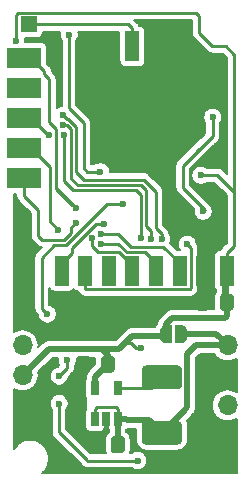
<source format=gbl>
G04 #@! TF.GenerationSoftware,KiCad,Pcbnew,(5.1.2)-2*
G04 #@! TF.CreationDate,2019-11-25T21:39:26+01:00*
G04 #@! TF.ProjectId,HM-LC-SW1-BA-PCB_mini_MAX1724,484d2d4c-432d-4535-9731-2d42412d5043,rev?*
G04 #@! TF.SameCoordinates,Original*
G04 #@! TF.FileFunction,Copper,L2,Bot*
G04 #@! TF.FilePolarity,Positive*
%FSLAX46Y46*%
G04 Gerber Fmt 4.6, Leading zero omitted, Abs format (unit mm)*
G04 Created by KiCad (PCBNEW (5.1.2)-2) date 2019-11-25 21:39:26*
%MOMM*%
%LPD*%
G04 APERTURE LIST*
%ADD10O,1.700000X1.700000*%
%ADD11C,0.150000*%
%ADD12C,2.000000*%
%ADD13C,1.150000*%
%ADD14C,0.500000*%
%ADD15R,1.200000X2.524000*%
%ADD16R,0.650000X1.220000*%
%ADD17R,3.000000X1.700000*%
%ADD18R,1.350000X1.350000*%
%ADD19C,0.600000*%
%ADD20C,0.250000*%
%ADD21C,0.500000*%
%ADD22C,0.200000*%
G04 APERTURE END LIST*
D10*
X171300000Y-118680000D03*
X171300000Y-116140000D03*
X171300000Y-113600000D03*
D11*
G36*
X184453639Y-115301849D02*
G01*
X184490915Y-115307378D01*
X184527469Y-115316535D01*
X184562950Y-115329230D01*
X184597016Y-115345342D01*
X184629339Y-115364716D01*
X184659607Y-115387164D01*
X184687529Y-115412471D01*
X184712836Y-115440393D01*
X184735284Y-115470661D01*
X184754658Y-115502984D01*
X184770770Y-115537050D01*
X184783465Y-115572531D01*
X184792622Y-115609085D01*
X184798151Y-115646361D01*
X184800000Y-115684000D01*
X184800000Y-116916000D01*
X184798151Y-116953639D01*
X184792622Y-116990915D01*
X184783465Y-117027469D01*
X184770770Y-117062950D01*
X184754658Y-117097016D01*
X184735284Y-117129339D01*
X184712836Y-117159607D01*
X184687529Y-117187529D01*
X184659607Y-117212836D01*
X184629339Y-117235284D01*
X184597016Y-117254658D01*
X184562950Y-117270770D01*
X184527469Y-117283465D01*
X184490915Y-117292622D01*
X184453639Y-117298151D01*
X184416000Y-117300000D01*
X181784000Y-117300000D01*
X181746361Y-117298151D01*
X181709085Y-117292622D01*
X181672531Y-117283465D01*
X181637050Y-117270770D01*
X181602984Y-117254658D01*
X181570661Y-117235284D01*
X181540393Y-117212836D01*
X181512471Y-117187529D01*
X181487164Y-117159607D01*
X181464716Y-117129339D01*
X181445342Y-117097016D01*
X181429230Y-117062950D01*
X181416535Y-117027469D01*
X181407378Y-116990915D01*
X181401849Y-116953639D01*
X181400000Y-116916000D01*
X181400000Y-115684000D01*
X181401849Y-115646361D01*
X181407378Y-115609085D01*
X181416535Y-115572531D01*
X181429230Y-115537050D01*
X181445342Y-115502984D01*
X181464716Y-115470661D01*
X181487164Y-115440393D01*
X181512471Y-115412471D01*
X181540393Y-115387164D01*
X181570661Y-115364716D01*
X181602984Y-115345342D01*
X181637050Y-115329230D01*
X181672531Y-115316535D01*
X181709085Y-115307378D01*
X181746361Y-115301849D01*
X181784000Y-115300000D01*
X184416000Y-115300000D01*
X184453639Y-115301849D01*
X184453639Y-115301849D01*
G37*
D12*
X183100000Y-116300000D03*
D11*
G36*
X184453639Y-120001849D02*
G01*
X184490915Y-120007378D01*
X184527469Y-120016535D01*
X184562950Y-120029230D01*
X184597016Y-120045342D01*
X184629339Y-120064716D01*
X184659607Y-120087164D01*
X184687529Y-120112471D01*
X184712836Y-120140393D01*
X184735284Y-120170661D01*
X184754658Y-120202984D01*
X184770770Y-120237050D01*
X184783465Y-120272531D01*
X184792622Y-120309085D01*
X184798151Y-120346361D01*
X184800000Y-120384000D01*
X184800000Y-121616000D01*
X184798151Y-121653639D01*
X184792622Y-121690915D01*
X184783465Y-121727469D01*
X184770770Y-121762950D01*
X184754658Y-121797016D01*
X184735284Y-121829339D01*
X184712836Y-121859607D01*
X184687529Y-121887529D01*
X184659607Y-121912836D01*
X184629339Y-121935284D01*
X184597016Y-121954658D01*
X184562950Y-121970770D01*
X184527469Y-121983465D01*
X184490915Y-121992622D01*
X184453639Y-121998151D01*
X184416000Y-122000000D01*
X181784000Y-122000000D01*
X181746361Y-121998151D01*
X181709085Y-121992622D01*
X181672531Y-121983465D01*
X181637050Y-121970770D01*
X181602984Y-121954658D01*
X181570661Y-121935284D01*
X181540393Y-121912836D01*
X181512471Y-121887529D01*
X181487164Y-121859607D01*
X181464716Y-121829339D01*
X181445342Y-121797016D01*
X181429230Y-121762950D01*
X181416535Y-121727469D01*
X181407378Y-121690915D01*
X181401849Y-121653639D01*
X181400000Y-121616000D01*
X181400000Y-120384000D01*
X181401849Y-120346361D01*
X181407378Y-120309085D01*
X181416535Y-120272531D01*
X181429230Y-120237050D01*
X181445342Y-120202984D01*
X181464716Y-120170661D01*
X181487164Y-120140393D01*
X181512471Y-120112471D01*
X181540393Y-120087164D01*
X181570661Y-120064716D01*
X181602984Y-120045342D01*
X181637050Y-120029230D01*
X181672531Y-120016535D01*
X181709085Y-120007378D01*
X181746361Y-120001849D01*
X181784000Y-120000000D01*
X184416000Y-120000000D01*
X184453639Y-120001849D01*
X184453639Y-120001849D01*
G37*
D12*
X183100000Y-121000000D03*
D11*
G36*
X177674505Y-121301204D02*
G01*
X177698773Y-121304804D01*
X177722572Y-121310765D01*
X177745671Y-121319030D01*
X177767850Y-121329520D01*
X177788893Y-121342132D01*
X177808599Y-121356747D01*
X177826777Y-121373223D01*
X177843253Y-121391401D01*
X177857868Y-121411107D01*
X177870480Y-121432150D01*
X177880970Y-121454329D01*
X177889235Y-121477428D01*
X177895196Y-121501227D01*
X177898796Y-121525495D01*
X177900000Y-121549999D01*
X177900000Y-122450001D01*
X177898796Y-122474505D01*
X177895196Y-122498773D01*
X177889235Y-122522572D01*
X177880970Y-122545671D01*
X177870480Y-122567850D01*
X177857868Y-122588893D01*
X177843253Y-122608599D01*
X177826777Y-122626777D01*
X177808599Y-122643253D01*
X177788893Y-122657868D01*
X177767850Y-122670480D01*
X177745671Y-122680970D01*
X177722572Y-122689235D01*
X177698773Y-122695196D01*
X177674505Y-122698796D01*
X177650001Y-122700000D01*
X176999999Y-122700000D01*
X176975495Y-122698796D01*
X176951227Y-122695196D01*
X176927428Y-122689235D01*
X176904329Y-122680970D01*
X176882150Y-122670480D01*
X176861107Y-122657868D01*
X176841401Y-122643253D01*
X176823223Y-122626777D01*
X176806747Y-122608599D01*
X176792132Y-122588893D01*
X176779520Y-122567850D01*
X176769030Y-122545671D01*
X176760765Y-122522572D01*
X176754804Y-122498773D01*
X176751204Y-122474505D01*
X176750000Y-122450001D01*
X176750000Y-121549999D01*
X176751204Y-121525495D01*
X176754804Y-121501227D01*
X176760765Y-121477428D01*
X176769030Y-121454329D01*
X176779520Y-121432150D01*
X176792132Y-121411107D01*
X176806747Y-121391401D01*
X176823223Y-121373223D01*
X176841401Y-121356747D01*
X176861107Y-121342132D01*
X176882150Y-121329520D01*
X176904329Y-121319030D01*
X176927428Y-121310765D01*
X176951227Y-121304804D01*
X176975495Y-121301204D01*
X176999999Y-121300000D01*
X177650001Y-121300000D01*
X177674505Y-121301204D01*
X177674505Y-121301204D01*
G37*
D13*
X177325000Y-122000000D03*
D11*
G36*
X179724505Y-121301204D02*
G01*
X179748773Y-121304804D01*
X179772572Y-121310765D01*
X179795671Y-121319030D01*
X179817850Y-121329520D01*
X179838893Y-121342132D01*
X179858599Y-121356747D01*
X179876777Y-121373223D01*
X179893253Y-121391401D01*
X179907868Y-121411107D01*
X179920480Y-121432150D01*
X179930970Y-121454329D01*
X179939235Y-121477428D01*
X179945196Y-121501227D01*
X179948796Y-121525495D01*
X179950000Y-121549999D01*
X179950000Y-122450001D01*
X179948796Y-122474505D01*
X179945196Y-122498773D01*
X179939235Y-122522572D01*
X179930970Y-122545671D01*
X179920480Y-122567850D01*
X179907868Y-122588893D01*
X179893253Y-122608599D01*
X179876777Y-122626777D01*
X179858599Y-122643253D01*
X179838893Y-122657868D01*
X179817850Y-122670480D01*
X179795671Y-122680970D01*
X179772572Y-122689235D01*
X179748773Y-122695196D01*
X179724505Y-122698796D01*
X179700001Y-122700000D01*
X179049999Y-122700000D01*
X179025495Y-122698796D01*
X179001227Y-122695196D01*
X178977428Y-122689235D01*
X178954329Y-122680970D01*
X178932150Y-122670480D01*
X178911107Y-122657868D01*
X178891401Y-122643253D01*
X178873223Y-122626777D01*
X178856747Y-122608599D01*
X178842132Y-122588893D01*
X178829520Y-122567850D01*
X178819030Y-122545671D01*
X178810765Y-122522572D01*
X178804804Y-122498773D01*
X178801204Y-122474505D01*
X178800000Y-122450001D01*
X178800000Y-121549999D01*
X178801204Y-121525495D01*
X178804804Y-121501227D01*
X178810765Y-121477428D01*
X178819030Y-121454329D01*
X178829520Y-121432150D01*
X178842132Y-121411107D01*
X178856747Y-121391401D01*
X178873223Y-121373223D01*
X178891401Y-121356747D01*
X178911107Y-121342132D01*
X178932150Y-121329520D01*
X178954329Y-121319030D01*
X178977428Y-121310765D01*
X179001227Y-121304804D01*
X179025495Y-121301204D01*
X179049999Y-121300000D01*
X179700001Y-121300000D01*
X179724505Y-121301204D01*
X179724505Y-121301204D01*
G37*
D13*
X179375000Y-122000000D03*
D11*
G36*
X176824505Y-114501204D02*
G01*
X176848773Y-114504804D01*
X176872572Y-114510765D01*
X176895671Y-114519030D01*
X176917850Y-114529520D01*
X176938893Y-114542132D01*
X176958599Y-114556747D01*
X176976777Y-114573223D01*
X176993253Y-114591401D01*
X177007868Y-114611107D01*
X177020480Y-114632150D01*
X177030970Y-114654329D01*
X177039235Y-114677428D01*
X177045196Y-114701227D01*
X177048796Y-114725495D01*
X177050000Y-114749999D01*
X177050000Y-115650001D01*
X177048796Y-115674505D01*
X177045196Y-115698773D01*
X177039235Y-115722572D01*
X177030970Y-115745671D01*
X177020480Y-115767850D01*
X177007868Y-115788893D01*
X176993253Y-115808599D01*
X176976777Y-115826777D01*
X176958599Y-115843253D01*
X176938893Y-115857868D01*
X176917850Y-115870480D01*
X176895671Y-115880970D01*
X176872572Y-115889235D01*
X176848773Y-115895196D01*
X176824505Y-115898796D01*
X176800001Y-115900000D01*
X176149999Y-115900000D01*
X176125495Y-115898796D01*
X176101227Y-115895196D01*
X176077428Y-115889235D01*
X176054329Y-115880970D01*
X176032150Y-115870480D01*
X176011107Y-115857868D01*
X175991401Y-115843253D01*
X175973223Y-115826777D01*
X175956747Y-115808599D01*
X175942132Y-115788893D01*
X175929520Y-115767850D01*
X175919030Y-115745671D01*
X175910765Y-115722572D01*
X175904804Y-115698773D01*
X175901204Y-115674505D01*
X175900000Y-115650001D01*
X175900000Y-114749999D01*
X175901204Y-114725495D01*
X175904804Y-114701227D01*
X175910765Y-114677428D01*
X175919030Y-114654329D01*
X175929520Y-114632150D01*
X175942132Y-114611107D01*
X175956747Y-114591401D01*
X175973223Y-114573223D01*
X175991401Y-114556747D01*
X176011107Y-114542132D01*
X176032150Y-114529520D01*
X176054329Y-114519030D01*
X176077428Y-114510765D01*
X176101227Y-114504804D01*
X176125495Y-114501204D01*
X176149999Y-114500000D01*
X176800001Y-114500000D01*
X176824505Y-114501204D01*
X176824505Y-114501204D01*
G37*
D13*
X176475000Y-115200000D03*
D11*
G36*
X178874505Y-114501204D02*
G01*
X178898773Y-114504804D01*
X178922572Y-114510765D01*
X178945671Y-114519030D01*
X178967850Y-114529520D01*
X178988893Y-114542132D01*
X179008599Y-114556747D01*
X179026777Y-114573223D01*
X179043253Y-114591401D01*
X179057868Y-114611107D01*
X179070480Y-114632150D01*
X179080970Y-114654329D01*
X179089235Y-114677428D01*
X179095196Y-114701227D01*
X179098796Y-114725495D01*
X179100000Y-114749999D01*
X179100000Y-115650001D01*
X179098796Y-115674505D01*
X179095196Y-115698773D01*
X179089235Y-115722572D01*
X179080970Y-115745671D01*
X179070480Y-115767850D01*
X179057868Y-115788893D01*
X179043253Y-115808599D01*
X179026777Y-115826777D01*
X179008599Y-115843253D01*
X178988893Y-115857868D01*
X178967850Y-115870480D01*
X178945671Y-115880970D01*
X178922572Y-115889235D01*
X178898773Y-115895196D01*
X178874505Y-115898796D01*
X178850001Y-115900000D01*
X178199999Y-115900000D01*
X178175495Y-115898796D01*
X178151227Y-115895196D01*
X178127428Y-115889235D01*
X178104329Y-115880970D01*
X178082150Y-115870480D01*
X178061107Y-115857868D01*
X178041401Y-115843253D01*
X178023223Y-115826777D01*
X178006747Y-115808599D01*
X177992132Y-115788893D01*
X177979520Y-115767850D01*
X177969030Y-115745671D01*
X177960765Y-115722572D01*
X177954804Y-115698773D01*
X177951204Y-115674505D01*
X177950000Y-115650001D01*
X177950000Y-114749999D01*
X177951204Y-114725495D01*
X177954804Y-114701227D01*
X177960765Y-114677428D01*
X177969030Y-114654329D01*
X177979520Y-114632150D01*
X177992132Y-114611107D01*
X178006747Y-114591401D01*
X178023223Y-114573223D01*
X178041401Y-114556747D01*
X178061107Y-114542132D01*
X178082150Y-114529520D01*
X178104329Y-114519030D01*
X178127428Y-114510765D01*
X178151227Y-114504804D01*
X178175495Y-114501204D01*
X178199999Y-114500000D01*
X178850001Y-114500000D01*
X178874505Y-114501204D01*
X178874505Y-114501204D01*
G37*
D13*
X178525000Y-115200000D03*
D11*
G36*
X186899505Y-109251204D02*
G01*
X186923773Y-109254804D01*
X186947572Y-109260765D01*
X186970671Y-109269030D01*
X186992850Y-109279520D01*
X187013893Y-109292132D01*
X187033599Y-109306747D01*
X187051777Y-109323223D01*
X187068253Y-109341401D01*
X187082868Y-109361107D01*
X187095480Y-109382150D01*
X187105970Y-109404329D01*
X187114235Y-109427428D01*
X187120196Y-109451227D01*
X187123796Y-109475495D01*
X187125000Y-109499999D01*
X187125000Y-110400001D01*
X187123796Y-110424505D01*
X187120196Y-110448773D01*
X187114235Y-110472572D01*
X187105970Y-110495671D01*
X187095480Y-110517850D01*
X187082868Y-110538893D01*
X187068253Y-110558599D01*
X187051777Y-110576777D01*
X187033599Y-110593253D01*
X187013893Y-110607868D01*
X186992850Y-110620480D01*
X186970671Y-110630970D01*
X186947572Y-110639235D01*
X186923773Y-110645196D01*
X186899505Y-110648796D01*
X186875001Y-110650000D01*
X186224999Y-110650000D01*
X186200495Y-110648796D01*
X186176227Y-110645196D01*
X186152428Y-110639235D01*
X186129329Y-110630970D01*
X186107150Y-110620480D01*
X186086107Y-110607868D01*
X186066401Y-110593253D01*
X186048223Y-110576777D01*
X186031747Y-110558599D01*
X186017132Y-110538893D01*
X186004520Y-110517850D01*
X185994030Y-110495671D01*
X185985765Y-110472572D01*
X185979804Y-110448773D01*
X185976204Y-110424505D01*
X185975000Y-110400001D01*
X185975000Y-109499999D01*
X185976204Y-109475495D01*
X185979804Y-109451227D01*
X185985765Y-109427428D01*
X185994030Y-109404329D01*
X186004520Y-109382150D01*
X186017132Y-109361107D01*
X186031747Y-109341401D01*
X186048223Y-109323223D01*
X186066401Y-109306747D01*
X186086107Y-109292132D01*
X186107150Y-109279520D01*
X186129329Y-109269030D01*
X186152428Y-109260765D01*
X186176227Y-109254804D01*
X186200495Y-109251204D01*
X186224999Y-109250000D01*
X186875001Y-109250000D01*
X186899505Y-109251204D01*
X186899505Y-109251204D01*
G37*
D13*
X186550000Y-109950000D03*
D11*
G36*
X188949505Y-109251204D02*
G01*
X188973773Y-109254804D01*
X188997572Y-109260765D01*
X189020671Y-109269030D01*
X189042850Y-109279520D01*
X189063893Y-109292132D01*
X189083599Y-109306747D01*
X189101777Y-109323223D01*
X189118253Y-109341401D01*
X189132868Y-109361107D01*
X189145480Y-109382150D01*
X189155970Y-109404329D01*
X189164235Y-109427428D01*
X189170196Y-109451227D01*
X189173796Y-109475495D01*
X189175000Y-109499999D01*
X189175000Y-110400001D01*
X189173796Y-110424505D01*
X189170196Y-110448773D01*
X189164235Y-110472572D01*
X189155970Y-110495671D01*
X189145480Y-110517850D01*
X189132868Y-110538893D01*
X189118253Y-110558599D01*
X189101777Y-110576777D01*
X189083599Y-110593253D01*
X189063893Y-110607868D01*
X189042850Y-110620480D01*
X189020671Y-110630970D01*
X188997572Y-110639235D01*
X188973773Y-110645196D01*
X188949505Y-110648796D01*
X188925001Y-110650000D01*
X188274999Y-110650000D01*
X188250495Y-110648796D01*
X188226227Y-110645196D01*
X188202428Y-110639235D01*
X188179329Y-110630970D01*
X188157150Y-110620480D01*
X188136107Y-110607868D01*
X188116401Y-110593253D01*
X188098223Y-110576777D01*
X188081747Y-110558599D01*
X188067132Y-110538893D01*
X188054520Y-110517850D01*
X188044030Y-110495671D01*
X188035765Y-110472572D01*
X188029804Y-110448773D01*
X188026204Y-110424505D01*
X188025000Y-110400001D01*
X188025000Y-109499999D01*
X188026204Y-109475495D01*
X188029804Y-109451227D01*
X188035765Y-109427428D01*
X188044030Y-109404329D01*
X188054520Y-109382150D01*
X188067132Y-109361107D01*
X188081747Y-109341401D01*
X188098223Y-109323223D01*
X188116401Y-109306747D01*
X188136107Y-109292132D01*
X188157150Y-109279520D01*
X188179329Y-109269030D01*
X188202428Y-109260765D01*
X188226227Y-109254804D01*
X188250495Y-109251204D01*
X188274999Y-109250000D01*
X188925001Y-109250000D01*
X188949505Y-109251204D01*
X188949505Y-109251204D01*
G37*
D13*
X188600000Y-109950000D03*
D14*
X183450000Y-112650000D03*
D11*
G36*
X183450000Y-113399398D02*
G01*
X183425466Y-113399398D01*
X183376635Y-113394588D01*
X183328510Y-113385016D01*
X183281555Y-113370772D01*
X183236222Y-113351995D01*
X183192949Y-113328864D01*
X183152150Y-113301604D01*
X183114221Y-113270476D01*
X183079524Y-113235779D01*
X183048396Y-113197850D01*
X183021136Y-113157051D01*
X182998005Y-113113778D01*
X182979228Y-113068445D01*
X182964984Y-113021490D01*
X182955412Y-112973365D01*
X182950602Y-112924534D01*
X182950602Y-112900000D01*
X182950000Y-112900000D01*
X182950000Y-112400000D01*
X182950602Y-112400000D01*
X182950602Y-112375466D01*
X182955412Y-112326635D01*
X182964984Y-112278510D01*
X182979228Y-112231555D01*
X182998005Y-112186222D01*
X183021136Y-112142949D01*
X183048396Y-112102150D01*
X183079524Y-112064221D01*
X183114221Y-112029524D01*
X183152150Y-111998396D01*
X183192949Y-111971136D01*
X183236222Y-111948005D01*
X183281555Y-111929228D01*
X183328510Y-111914984D01*
X183376635Y-111905412D01*
X183425466Y-111900602D01*
X183450000Y-111900602D01*
X183450000Y-111900000D01*
X183950000Y-111900000D01*
X183950000Y-113400000D01*
X183450000Y-113400000D01*
X183450000Y-113399398D01*
X183450000Y-113399398D01*
G37*
D14*
X184750000Y-112650000D03*
D11*
G36*
X184250000Y-111900000D02*
G01*
X184750000Y-111900000D01*
X184750000Y-111900602D01*
X184774534Y-111900602D01*
X184823365Y-111905412D01*
X184871490Y-111914984D01*
X184918445Y-111929228D01*
X184963778Y-111948005D01*
X185007051Y-111971136D01*
X185047850Y-111998396D01*
X185085779Y-112029524D01*
X185120476Y-112064221D01*
X185151604Y-112102150D01*
X185178864Y-112142949D01*
X185201995Y-112186222D01*
X185220772Y-112231555D01*
X185235016Y-112278510D01*
X185244588Y-112326635D01*
X185249398Y-112375466D01*
X185249398Y-112400000D01*
X185250000Y-112400000D01*
X185250000Y-112900000D01*
X185249398Y-112900000D01*
X185249398Y-112924534D01*
X185244588Y-112973365D01*
X185235016Y-113021490D01*
X185220772Y-113068445D01*
X185201995Y-113113778D01*
X185178864Y-113157051D01*
X185151604Y-113197850D01*
X185120476Y-113235779D01*
X185085779Y-113270476D01*
X185047850Y-113301604D01*
X185007051Y-113328864D01*
X184963778Y-113351995D01*
X184918445Y-113370772D01*
X184871490Y-113385016D01*
X184823365Y-113394588D01*
X184774534Y-113399398D01*
X184750000Y-113399398D01*
X184750000Y-113400000D01*
X184250000Y-113400000D01*
X184250000Y-111900000D01*
X184250000Y-111900000D01*
G37*
D10*
X188658500Y-118681500D03*
X188658500Y-116141500D03*
X188658500Y-113601500D03*
D15*
X188610000Y-107282000D03*
X186610000Y-107282000D03*
X184610000Y-107282000D03*
X182610000Y-107282000D03*
X180610000Y-107282000D03*
X178610000Y-107282000D03*
X176610000Y-107282000D03*
X174610000Y-107282000D03*
X180610000Y-88282000D03*
X182610000Y-88282000D03*
X178610000Y-88282000D03*
D16*
X179350000Y-117240000D03*
X177450000Y-117240000D03*
X177450000Y-119860000D03*
X178400000Y-119860000D03*
X179350000Y-119860000D03*
D17*
X171410500Y-99441000D03*
X171410500Y-94361000D03*
X171410500Y-89281000D03*
X171386500Y-96901000D03*
X171386500Y-91821000D03*
D18*
X171831000Y-86423500D03*
D19*
X186750000Y-107900000D03*
X181800000Y-120500000D03*
X186400000Y-99200000D03*
X170713400Y-87807800D03*
X181300000Y-113786400D03*
X176500000Y-110600000D03*
X178700000Y-88200000D03*
X175700000Y-120500000D03*
X184200000Y-104100000D03*
X182610000Y-88282000D03*
X170900000Y-101800000D03*
X171900000Y-105600000D03*
X171900000Y-107000000D03*
X171900000Y-108600000D03*
X171900000Y-110200000D03*
X174400000Y-90600000D03*
X174000000Y-109650000D03*
X170900000Y-102600000D03*
X170900000Y-103400000D03*
X188650000Y-122850000D03*
X188650000Y-123750000D03*
X187800000Y-123750000D03*
X187624784Y-100924784D03*
X188225000Y-102450000D03*
X188200000Y-103800000D03*
X186600000Y-102250000D03*
X187400000Y-94300000D03*
X178173279Y-103360831D03*
X185262592Y-105047466D03*
X175800000Y-102000000D03*
X177964335Y-104182336D03*
X175800000Y-103200000D03*
X177225415Y-104509118D03*
X174300000Y-103800000D03*
X177935643Y-104981834D03*
X174794569Y-95783400D03*
X181300000Y-104500000D03*
X173542780Y-95782303D03*
X182200000Y-104600000D03*
X174752000Y-94970600D03*
X174736032Y-94102935D03*
X183100000Y-104600000D03*
X181050000Y-123350000D03*
X175100000Y-114850000D03*
X174400000Y-116200000D03*
X174400000Y-118525000D03*
X173400000Y-110950000D03*
X179807225Y-101635380D03*
X175242000Y-87300000D03*
X177900000Y-98900000D03*
D20*
X189230000Y-88976200D02*
X189230000Y-92506800D01*
X189230000Y-95061738D02*
X189230000Y-94640400D01*
X189230000Y-94640400D02*
X189230000Y-94284800D01*
X189230000Y-94665800D02*
X189230000Y-94640400D01*
X170713400Y-87807800D02*
X170713400Y-85648800D01*
X188518800Y-88265000D02*
X189230000Y-88976200D01*
X170713400Y-85648800D02*
X170938701Y-85423499D01*
X170938701Y-85423499D02*
X186007499Y-85423499D01*
X186007499Y-85423499D02*
X186258200Y-85674200D01*
X186258200Y-85674200D02*
X186258200Y-87147400D01*
X186258200Y-87147400D02*
X187375800Y-88265000D01*
X187375800Y-88265000D02*
X188518800Y-88265000D01*
X188610000Y-107282000D02*
X188610000Y-110358604D01*
X183446500Y-112585500D02*
X183446500Y-111700500D01*
X183413400Y-112618600D02*
X183446500Y-112585500D01*
D21*
X173540000Y-113900000D02*
X171300000Y-116140000D01*
D20*
X189230000Y-92506800D02*
X189230000Y-93970000D01*
X189230000Y-93970000D02*
X189230000Y-94284800D01*
D21*
X182286400Y-112800000D02*
X182300000Y-112800000D01*
X180600000Y-112800000D02*
X182300000Y-112800000D01*
X188448000Y-107444000D02*
X188610000Y-107282000D01*
X188448000Y-109880400D02*
X188448000Y-107444000D01*
X179500000Y-113900000D02*
X180000000Y-113400000D01*
X178700000Y-113900000D02*
X179500000Y-113900000D01*
X180000000Y-113400000D02*
X180600000Y-112800000D01*
X179650000Y-113750000D02*
X180000000Y-113400000D01*
X179475000Y-113900000D02*
X178700000Y-113900000D01*
D20*
X189230000Y-94284800D02*
X189230000Y-100620000D01*
X189230000Y-100620000D02*
X189230000Y-102326500D01*
X189230000Y-100620000D02*
X189220000Y-100620000D01*
X189220000Y-100620000D02*
X187800000Y-99200000D01*
X187800000Y-99200000D02*
X186400000Y-99200000D01*
X189230000Y-105150000D02*
X189230000Y-102326500D01*
X188610000Y-105770000D02*
X189230000Y-105150000D01*
X188610000Y-107282000D02*
X188610000Y-105770000D01*
D21*
X177000000Y-113900000D02*
X173540000Y-113900000D01*
X188600000Y-111150000D02*
X188600000Y-109950000D01*
X188450000Y-111300000D02*
X188600000Y-111150000D01*
X183975736Y-111300000D02*
X188450000Y-111300000D01*
X183450000Y-111825736D02*
X183975736Y-111300000D01*
X182300000Y-112800000D02*
X183450000Y-112800000D01*
X183450000Y-112800000D02*
X183450000Y-111825736D01*
D20*
X180050000Y-113350000D02*
X180000000Y-113400000D01*
X180489336Y-113400000D02*
X180000000Y-113400000D01*
X180875736Y-113786400D02*
X180489336Y-113400000D01*
X181300000Y-113786400D02*
X180875736Y-113786400D01*
D21*
X177450000Y-116275000D02*
X178525000Y-115200000D01*
X177450000Y-117240000D02*
X177450000Y-116275000D01*
X178025000Y-113900000D02*
X177900000Y-113900000D01*
X178525000Y-114400000D02*
X178025000Y-113900000D01*
X178525000Y-115200000D02*
X178525000Y-114400000D01*
X178700000Y-113900000D02*
X177900000Y-113900000D01*
X177900000Y-113900000D02*
X177000000Y-113900000D01*
D20*
X186740800Y-102133400D02*
X184878498Y-100271098D01*
X184878498Y-98528498D02*
X184878498Y-98371502D01*
X184878498Y-98371502D02*
X186275000Y-96975000D01*
X184878498Y-99278498D02*
X184878498Y-98528498D01*
X184878498Y-100271098D02*
X184878498Y-99278498D01*
X184878498Y-99278498D02*
X184878498Y-98421502D01*
X187050000Y-96250000D02*
X187400000Y-95900000D01*
X184878498Y-98421502D02*
X187050000Y-96250000D01*
X187400000Y-95900000D02*
X187400000Y-94300000D01*
X175460000Y-105770000D02*
X175460000Y-105390621D01*
X174610000Y-106620000D02*
X175460000Y-105770000D01*
X175460000Y-105390621D02*
X177489790Y-103360831D01*
X177749015Y-103360831D02*
X178173279Y-103360831D01*
X174610000Y-107282000D02*
X174610000Y-106620000D01*
X177489790Y-103360831D02*
X177749015Y-103360831D01*
X185262592Y-105047466D02*
X185562591Y-105347465D01*
X185562591Y-105347465D02*
X185562591Y-108776411D01*
X185562591Y-108776411D02*
X185470001Y-108869001D01*
X185470001Y-108869001D02*
X176685001Y-108869001D01*
X176685001Y-108869001D02*
X176610000Y-108794000D01*
X176610000Y-108794000D02*
X176610000Y-107282000D01*
X180610000Y-88282000D02*
X180610000Y-86770000D01*
X180610000Y-86770000D02*
X180263500Y-86423500D01*
X180263500Y-86423500D02*
X172756000Y-86423500D01*
X172756000Y-86423500D02*
X171831000Y-86423500D01*
X184610000Y-106620000D02*
X183234988Y-105244988D01*
X183234988Y-105244988D02*
X180481198Y-105244988D01*
X184610000Y-107282000D02*
X184610000Y-106620000D01*
X179418546Y-104182336D02*
X178388599Y-104182336D01*
X178388599Y-104182336D02*
X177964335Y-104182336D01*
X180481198Y-105244988D02*
X179418546Y-104182336D01*
X172060500Y-89281000D02*
X173160500Y-90381000D01*
X173160500Y-90659997D02*
X173556329Y-91055826D01*
X173556329Y-94699931D02*
X174167800Y-95311402D01*
X175177636Y-101392256D02*
X175477635Y-101692255D01*
X174167800Y-100382420D02*
X175177636Y-101392256D01*
X173556329Y-91055826D02*
X173556329Y-94699931D01*
X173160500Y-90381000D02*
X173160500Y-90659997D01*
X171410500Y-89281000D02*
X172060500Y-89281000D01*
X174167800Y-95311402D02*
X174167800Y-100382420D01*
X174182420Y-100382420D02*
X174167800Y-100382420D01*
X175800000Y-102000000D02*
X174182420Y-100382420D01*
X177225415Y-104933382D02*
X177225415Y-104509118D01*
X177225415Y-105213030D02*
X177225415Y-104933382D01*
X177707384Y-105694999D02*
X177225415Y-105213030D01*
X179470002Y-105694999D02*
X177707384Y-105694999D01*
X180610000Y-106834997D02*
X179470002Y-105694999D01*
X180610000Y-107282000D02*
X180610000Y-106834997D01*
X171410500Y-99441000D02*
X171410500Y-100961504D01*
X171410500Y-100961504D02*
X172624498Y-102175502D01*
X174813600Y-104649990D02*
X172949990Y-104649990D01*
X172624498Y-104324498D02*
X172624498Y-102175502D01*
X172949990Y-104649990D02*
X172624498Y-104324498D01*
X174813600Y-104649990D02*
X175400000Y-104063590D01*
X175400000Y-103600000D02*
X175800000Y-103200000D01*
X175400000Y-104063590D02*
X175400000Y-103600000D01*
X182610000Y-107282000D02*
X182610000Y-106620000D01*
X179393247Y-104981834D02*
X177935643Y-104981834D01*
X182610000Y-106620000D02*
X181684999Y-105694999D01*
X181684999Y-105694999D02*
X180106412Y-105694999D01*
X180106412Y-105694999D02*
X179393247Y-104981834D01*
X172036500Y-96901000D02*
X171386500Y-96901000D01*
X173611785Y-98476285D02*
X172036500Y-96901000D01*
X173611785Y-102232215D02*
X173611785Y-98476285D01*
X173609000Y-102235000D02*
X173611785Y-102232215D01*
X173609000Y-103109000D02*
X173609000Y-102235000D01*
X174300000Y-103800000D02*
X173609000Y-103109000D01*
X173481803Y-95782303D02*
X173542780Y-95782303D01*
X172060500Y-94361000D02*
X173481803Y-95782303D01*
X171410500Y-94361000D02*
X172060500Y-94361000D01*
X174794569Y-99695000D02*
X174794569Y-95783400D01*
X174817178Y-99695000D02*
X174794569Y-99695000D01*
X175590200Y-100468022D02*
X174817178Y-99695000D01*
X180876886Y-100468022D02*
X175590200Y-100468022D01*
X181300000Y-104500000D02*
X181300000Y-100891136D01*
X181300000Y-100891136D02*
X180876886Y-100468022D01*
X175962600Y-100018011D02*
X181374211Y-100018011D01*
X175419589Y-99475000D02*
X175962600Y-100018011D01*
X175419589Y-95283999D02*
X175419589Y-99475000D01*
X181374211Y-100018011D02*
X181761665Y-100405465D01*
X175106190Y-94970600D02*
X175419589Y-95283999D01*
X174752000Y-94970600D02*
X175106190Y-94970600D01*
X181761665Y-103473811D02*
X181761665Y-100405465D01*
X182200000Y-103912146D02*
X181761665Y-103473811D01*
X182200000Y-104600000D02*
X182200000Y-103912146D01*
X182606384Y-100591195D02*
X181583189Y-99568000D01*
X175869600Y-98933000D02*
X175869600Y-95097600D01*
X175174934Y-94402934D02*
X175036031Y-94402934D01*
X175036031Y-94402934D02*
X174736032Y-94102935D01*
X181583189Y-99568000D02*
X176504600Y-99568000D01*
X175869600Y-95097600D02*
X175174934Y-94402934D01*
X176504600Y-99568000D02*
X175869600Y-98933000D01*
X182606384Y-103682120D02*
X182606384Y-100591195D01*
X183100000Y-104175736D02*
X182606384Y-103682120D01*
X183100000Y-104600000D02*
X183100000Y-104175736D01*
X175100000Y-115000000D02*
X175100000Y-115000000D01*
X175100000Y-115500000D02*
X174400000Y-116200000D01*
X175100000Y-114850000D02*
X175100000Y-115500000D01*
X174400000Y-120975000D02*
X174400000Y-118525000D01*
X176725000Y-123300000D02*
X174400000Y-120975000D01*
X180000000Y-123350000D02*
X181050000Y-123350000D01*
X176775000Y-123350000D02*
X176725000Y-123300000D01*
X181050000Y-123350000D02*
X176775000Y-123350000D01*
X184500000Y-113050000D02*
X184750000Y-112800000D01*
D21*
X179390000Y-119860000D02*
X179350000Y-119860000D01*
X179350000Y-121975000D02*
X179375000Y-122000000D01*
X179350000Y-119860000D02*
X179350000Y-121975000D01*
D20*
X179350000Y-120720000D02*
X179350000Y-119860000D01*
X179274999Y-120795001D02*
X179350000Y-120720000D01*
X179375000Y-121525000D02*
X179375000Y-122000000D01*
X179350000Y-119860000D02*
X179350000Y-119000000D01*
X179350000Y-119000000D02*
X179200000Y-118850000D01*
X177450000Y-119000000D02*
X177450000Y-119860000D01*
X177600000Y-118850000D02*
X177450000Y-119000000D01*
X179200000Y-118850000D02*
X177600000Y-118850000D01*
D21*
X188658500Y-113601500D02*
X187707000Y-112650000D01*
X187707000Y-112650000D02*
X184750000Y-112650000D01*
X188658500Y-113601500D02*
X185998500Y-113601500D01*
X185250010Y-118849990D02*
X184975000Y-119125000D01*
X185250010Y-114349990D02*
X185250010Y-118849990D01*
X185998500Y-113601500D02*
X185250010Y-114349990D01*
X184975000Y-119125000D02*
X183100000Y-121000000D01*
X182029290Y-119929290D02*
X180120710Y-119929290D01*
X183100000Y-121000000D02*
X182029290Y-119929290D01*
X180051420Y-119860000D02*
X179350000Y-119860000D01*
X180120710Y-119929290D02*
X180051420Y-119860000D01*
D20*
X178464620Y-101635380D02*
X179807225Y-101635380D01*
X175000000Y-105100000D02*
X178464620Y-101635380D01*
X174000000Y-105100000D02*
X175000000Y-105100000D01*
X172933802Y-106166198D02*
X174000000Y-105100000D01*
X172933802Y-110466198D02*
X172933802Y-110483802D01*
X172933802Y-110483802D02*
X172933802Y-110266198D01*
X173400000Y-110950000D02*
X172933802Y-110483802D01*
X172933802Y-110466198D02*
X172933802Y-110266198D01*
X172933802Y-110266198D02*
X172933802Y-106166198D01*
X182160000Y-117240000D02*
X183100000Y-116300000D01*
X179350000Y-117240000D02*
X182160000Y-117240000D01*
X176500000Y-98600000D02*
X176800000Y-98900000D01*
X176500000Y-94800000D02*
X176500000Y-98600000D01*
X175242000Y-87249000D02*
X175242000Y-93542000D01*
X175242000Y-93542000D02*
X176500000Y-94800000D01*
X176800000Y-98900000D02*
X177900000Y-98900000D01*
D22*
G36*
X187530585Y-114355149D02*
G01*
X187699287Y-114560713D01*
X187904851Y-114729415D01*
X188139378Y-114854772D01*
X188393854Y-114931967D01*
X188592179Y-114951500D01*
X188724821Y-114951500D01*
X188923146Y-114931967D01*
X189177622Y-114854772D01*
X189412149Y-114729415D01*
X189425001Y-114718868D01*
X189425001Y-117564132D01*
X189412149Y-117553585D01*
X189177622Y-117428228D01*
X188923146Y-117351033D01*
X188724821Y-117331500D01*
X188592179Y-117331500D01*
X188393854Y-117351033D01*
X188139378Y-117428228D01*
X187904851Y-117553585D01*
X187699287Y-117722287D01*
X187530585Y-117927851D01*
X187405228Y-118162378D01*
X187328033Y-118416854D01*
X187301968Y-118681500D01*
X187328033Y-118946146D01*
X187405228Y-119200622D01*
X187530585Y-119435149D01*
X187699287Y-119640713D01*
X187904851Y-119809415D01*
X188139378Y-119934772D01*
X188393854Y-120011967D01*
X188592179Y-120031500D01*
X188724821Y-120031500D01*
X188923146Y-120011967D01*
X189177622Y-119934772D01*
X189412149Y-119809415D01*
X189425001Y-119798868D01*
X189425001Y-124425000D01*
X172985742Y-124425000D01*
X173200801Y-124209941D01*
X173375902Y-123947884D01*
X173496513Y-123656703D01*
X173558000Y-123347586D01*
X173558000Y-123032414D01*
X173496513Y-122723297D01*
X173375902Y-122432116D01*
X173200801Y-122170059D01*
X172977941Y-121947199D01*
X172715884Y-121772098D01*
X172424703Y-121651487D01*
X172115586Y-121590000D01*
X171800414Y-121590000D01*
X171491297Y-121651487D01*
X171200116Y-121772098D01*
X170938059Y-121947199D01*
X170715199Y-122170059D01*
X170575000Y-122379881D01*
X170575000Y-117283228D01*
X170780878Y-117393272D01*
X171035354Y-117470467D01*
X171233679Y-117490000D01*
X171366321Y-117490000D01*
X171564646Y-117470467D01*
X171819122Y-117393272D01*
X172053649Y-117267915D01*
X172259213Y-117099213D01*
X172427915Y-116893649D01*
X172553272Y-116659122D01*
X172630467Y-116404646D01*
X172656532Y-116140000D01*
X172630467Y-115875354D01*
X172629266Y-115871394D01*
X173850661Y-114650000D01*
X174324109Y-114650000D01*
X174300000Y-114771207D01*
X174300000Y-114928793D01*
X174330743Y-115083351D01*
X174391049Y-115228942D01*
X174429552Y-115286565D01*
X174314853Y-115401264D01*
X174166649Y-115430743D01*
X174021058Y-115491049D01*
X173890030Y-115578599D01*
X173778599Y-115690030D01*
X173691049Y-115821058D01*
X173630743Y-115966649D01*
X173600000Y-116121207D01*
X173600000Y-116278793D01*
X173630743Y-116433351D01*
X173691049Y-116578942D01*
X173778599Y-116709970D01*
X173890030Y-116821401D01*
X174021058Y-116908951D01*
X174166649Y-116969257D01*
X174321207Y-117000000D01*
X174478793Y-117000000D01*
X174633351Y-116969257D01*
X174778942Y-116908951D01*
X174909970Y-116821401D01*
X175021401Y-116709970D01*
X175108951Y-116578942D01*
X175169257Y-116433351D01*
X175198736Y-116285147D01*
X175520234Y-115963650D01*
X175544080Y-115944080D01*
X175600482Y-115875354D01*
X175622182Y-115848913D01*
X175680218Y-115740336D01*
X175680219Y-115740334D01*
X175715957Y-115622521D01*
X175725000Y-115530704D01*
X175725000Y-115530695D01*
X175728023Y-115500001D01*
X175725000Y-115469307D01*
X175725000Y-115354584D01*
X175808951Y-115228942D01*
X175869257Y-115083351D01*
X175900000Y-114928793D01*
X175900000Y-114771207D01*
X175875891Y-114650000D01*
X177457430Y-114650000D01*
X177447581Y-114749999D01*
X177447581Y-115216760D01*
X176945715Y-115718626D01*
X176917106Y-115742105D01*
X176893627Y-115770714D01*
X176893624Y-115770717D01*
X176872227Y-115796790D01*
X176823382Y-115856307D01*
X176789214Y-115920232D01*
X176753739Y-115986600D01*
X176710853Y-116127975D01*
X176696373Y-116275000D01*
X176700001Y-116311837D01*
X176700001Y-116364441D01*
X176660825Y-116437733D01*
X176632235Y-116531983D01*
X176622581Y-116630000D01*
X176622581Y-117850000D01*
X176632235Y-117948017D01*
X176650000Y-118006581D01*
X176650000Y-119093419D01*
X176632235Y-119151983D01*
X176622581Y-119250000D01*
X176622581Y-120470000D01*
X176632235Y-120568017D01*
X176660825Y-120662267D01*
X176707254Y-120749129D01*
X176769736Y-120825264D01*
X176845871Y-120887746D01*
X176932733Y-120934175D01*
X177026983Y-120962765D01*
X177125000Y-120972419D01*
X177775000Y-120972419D01*
X177873017Y-120962765D01*
X177967267Y-120934175D01*
X178054129Y-120887746D01*
X178130264Y-120825264D01*
X178192746Y-120749129D01*
X178239175Y-120662267D01*
X178267765Y-120568017D01*
X178277419Y-120470000D01*
X178277419Y-119475000D01*
X178522581Y-119475000D01*
X178522581Y-120470000D01*
X178532235Y-120568017D01*
X178560825Y-120662267D01*
X178600000Y-120735559D01*
X178600001Y-120950629D01*
X178517959Y-121017959D01*
X178424386Y-121131978D01*
X178354855Y-121262061D01*
X178312039Y-121403210D01*
X178297581Y-121549999D01*
X178297581Y-122450001D01*
X178312039Y-122596790D01*
X178350930Y-122725000D01*
X177033884Y-122725000D01*
X175025000Y-120716118D01*
X175025000Y-119029584D01*
X175108951Y-118903942D01*
X175169257Y-118758351D01*
X175200000Y-118603793D01*
X175200000Y-118446207D01*
X175169257Y-118291649D01*
X175108951Y-118146058D01*
X175021401Y-118015030D01*
X174909970Y-117903599D01*
X174778942Y-117816049D01*
X174633351Y-117755743D01*
X174478793Y-117725000D01*
X174321207Y-117725000D01*
X174166649Y-117755743D01*
X174021058Y-117816049D01*
X173890030Y-117903599D01*
X173778599Y-118015030D01*
X173691049Y-118146058D01*
X173630743Y-118291649D01*
X173600000Y-118446207D01*
X173600000Y-118603793D01*
X173630743Y-118758351D01*
X173691049Y-118903942D01*
X173775001Y-119029585D01*
X173775000Y-120944306D01*
X173771977Y-120975000D01*
X173775000Y-121005694D01*
X173775000Y-121005703D01*
X173784043Y-121097520D01*
X173819781Y-121215333D01*
X173877817Y-121323910D01*
X173955920Y-121419080D01*
X173979776Y-121438658D01*
X176304769Y-123763653D01*
X176304780Y-123763662D01*
X176311342Y-123770224D01*
X176330920Y-123794080D01*
X176426089Y-123872183D01*
X176534666Y-123930219D01*
X176652479Y-123965957D01*
X176744296Y-123975000D01*
X176744299Y-123975000D01*
X176775000Y-123978024D01*
X176805702Y-123975000D01*
X180545416Y-123975000D01*
X180671058Y-124058951D01*
X180816649Y-124119257D01*
X180971207Y-124150000D01*
X181128793Y-124150000D01*
X181283351Y-124119257D01*
X181428942Y-124058951D01*
X181559970Y-123971401D01*
X181671401Y-123859970D01*
X181758951Y-123728942D01*
X181819257Y-123583351D01*
X181850000Y-123428793D01*
X181850000Y-123271207D01*
X181819257Y-123116649D01*
X181758951Y-122971058D01*
X181671401Y-122840030D01*
X181559970Y-122728599D01*
X181428942Y-122641049D01*
X181283351Y-122580743D01*
X181128793Y-122550000D01*
X180971207Y-122550000D01*
X180816649Y-122580743D01*
X180671058Y-122641049D01*
X180545416Y-122725000D01*
X180399070Y-122725000D01*
X180437961Y-122596790D01*
X180452419Y-122450001D01*
X180452419Y-121549999D01*
X180437961Y-121403210D01*
X180395145Y-121262061D01*
X180325614Y-121131978D01*
X180232041Y-121017959D01*
X180118022Y-120924386D01*
X180100000Y-120914753D01*
X180100000Y-120735558D01*
X180128550Y-120682145D01*
X180157537Y-120679290D01*
X180897581Y-120679290D01*
X180897581Y-121616000D01*
X180914613Y-121788932D01*
X180965056Y-121955218D01*
X181046970Y-122108468D01*
X181157207Y-122242793D01*
X181291532Y-122353030D01*
X181444782Y-122434944D01*
X181611068Y-122485387D01*
X181784000Y-122502419D01*
X184416000Y-122502419D01*
X184588932Y-122485387D01*
X184755218Y-122434944D01*
X184908468Y-122353030D01*
X185042793Y-122242793D01*
X185153030Y-122108468D01*
X185234944Y-121955218D01*
X185285387Y-121788932D01*
X185302419Y-121616000D01*
X185302419Y-120384000D01*
X185285387Y-120211068D01*
X185234944Y-120044782D01*
X185193470Y-119967190D01*
X185531376Y-119629285D01*
X185531385Y-119629274D01*
X185754290Y-119406369D01*
X185782905Y-119382885D01*
X185876629Y-119268683D01*
X185946271Y-119138391D01*
X185989157Y-118997016D01*
X186000010Y-118886825D01*
X186000010Y-118886818D01*
X186003637Y-118849990D01*
X186000010Y-118813163D01*
X186000010Y-114660649D01*
X186309160Y-114351500D01*
X187528635Y-114351500D01*
X187530585Y-114355149D01*
X187530585Y-114355149D01*
G37*
X187530585Y-114355149D02*
X187699287Y-114560713D01*
X187904851Y-114729415D01*
X188139378Y-114854772D01*
X188393854Y-114931967D01*
X188592179Y-114951500D01*
X188724821Y-114951500D01*
X188923146Y-114931967D01*
X189177622Y-114854772D01*
X189412149Y-114729415D01*
X189425001Y-114718868D01*
X189425001Y-117564132D01*
X189412149Y-117553585D01*
X189177622Y-117428228D01*
X188923146Y-117351033D01*
X188724821Y-117331500D01*
X188592179Y-117331500D01*
X188393854Y-117351033D01*
X188139378Y-117428228D01*
X187904851Y-117553585D01*
X187699287Y-117722287D01*
X187530585Y-117927851D01*
X187405228Y-118162378D01*
X187328033Y-118416854D01*
X187301968Y-118681500D01*
X187328033Y-118946146D01*
X187405228Y-119200622D01*
X187530585Y-119435149D01*
X187699287Y-119640713D01*
X187904851Y-119809415D01*
X188139378Y-119934772D01*
X188393854Y-120011967D01*
X188592179Y-120031500D01*
X188724821Y-120031500D01*
X188923146Y-120011967D01*
X189177622Y-119934772D01*
X189412149Y-119809415D01*
X189425001Y-119798868D01*
X189425001Y-124425000D01*
X172985742Y-124425000D01*
X173200801Y-124209941D01*
X173375902Y-123947884D01*
X173496513Y-123656703D01*
X173558000Y-123347586D01*
X173558000Y-123032414D01*
X173496513Y-122723297D01*
X173375902Y-122432116D01*
X173200801Y-122170059D01*
X172977941Y-121947199D01*
X172715884Y-121772098D01*
X172424703Y-121651487D01*
X172115586Y-121590000D01*
X171800414Y-121590000D01*
X171491297Y-121651487D01*
X171200116Y-121772098D01*
X170938059Y-121947199D01*
X170715199Y-122170059D01*
X170575000Y-122379881D01*
X170575000Y-117283228D01*
X170780878Y-117393272D01*
X171035354Y-117470467D01*
X171233679Y-117490000D01*
X171366321Y-117490000D01*
X171564646Y-117470467D01*
X171819122Y-117393272D01*
X172053649Y-117267915D01*
X172259213Y-117099213D01*
X172427915Y-116893649D01*
X172553272Y-116659122D01*
X172630467Y-116404646D01*
X172656532Y-116140000D01*
X172630467Y-115875354D01*
X172629266Y-115871394D01*
X173850661Y-114650000D01*
X174324109Y-114650000D01*
X174300000Y-114771207D01*
X174300000Y-114928793D01*
X174330743Y-115083351D01*
X174391049Y-115228942D01*
X174429552Y-115286565D01*
X174314853Y-115401264D01*
X174166649Y-115430743D01*
X174021058Y-115491049D01*
X173890030Y-115578599D01*
X173778599Y-115690030D01*
X173691049Y-115821058D01*
X173630743Y-115966649D01*
X173600000Y-116121207D01*
X173600000Y-116278793D01*
X173630743Y-116433351D01*
X173691049Y-116578942D01*
X173778599Y-116709970D01*
X173890030Y-116821401D01*
X174021058Y-116908951D01*
X174166649Y-116969257D01*
X174321207Y-117000000D01*
X174478793Y-117000000D01*
X174633351Y-116969257D01*
X174778942Y-116908951D01*
X174909970Y-116821401D01*
X175021401Y-116709970D01*
X175108951Y-116578942D01*
X175169257Y-116433351D01*
X175198736Y-116285147D01*
X175520234Y-115963650D01*
X175544080Y-115944080D01*
X175600482Y-115875354D01*
X175622182Y-115848913D01*
X175680218Y-115740336D01*
X175680219Y-115740334D01*
X175715957Y-115622521D01*
X175725000Y-115530704D01*
X175725000Y-115530695D01*
X175728023Y-115500001D01*
X175725000Y-115469307D01*
X175725000Y-115354584D01*
X175808951Y-115228942D01*
X175869257Y-115083351D01*
X175900000Y-114928793D01*
X175900000Y-114771207D01*
X175875891Y-114650000D01*
X177457430Y-114650000D01*
X177447581Y-114749999D01*
X177447581Y-115216760D01*
X176945715Y-115718626D01*
X176917106Y-115742105D01*
X176893627Y-115770714D01*
X176893624Y-115770717D01*
X176872227Y-115796790D01*
X176823382Y-115856307D01*
X176789214Y-115920232D01*
X176753739Y-115986600D01*
X176710853Y-116127975D01*
X176696373Y-116275000D01*
X176700001Y-116311837D01*
X176700001Y-116364441D01*
X176660825Y-116437733D01*
X176632235Y-116531983D01*
X176622581Y-116630000D01*
X176622581Y-117850000D01*
X176632235Y-117948017D01*
X176650000Y-118006581D01*
X176650000Y-119093419D01*
X176632235Y-119151983D01*
X176622581Y-119250000D01*
X176622581Y-120470000D01*
X176632235Y-120568017D01*
X176660825Y-120662267D01*
X176707254Y-120749129D01*
X176769736Y-120825264D01*
X176845871Y-120887746D01*
X176932733Y-120934175D01*
X177026983Y-120962765D01*
X177125000Y-120972419D01*
X177775000Y-120972419D01*
X177873017Y-120962765D01*
X177967267Y-120934175D01*
X178054129Y-120887746D01*
X178130264Y-120825264D01*
X178192746Y-120749129D01*
X178239175Y-120662267D01*
X178267765Y-120568017D01*
X178277419Y-120470000D01*
X178277419Y-119475000D01*
X178522581Y-119475000D01*
X178522581Y-120470000D01*
X178532235Y-120568017D01*
X178560825Y-120662267D01*
X178600000Y-120735559D01*
X178600001Y-120950629D01*
X178517959Y-121017959D01*
X178424386Y-121131978D01*
X178354855Y-121262061D01*
X178312039Y-121403210D01*
X178297581Y-121549999D01*
X178297581Y-122450001D01*
X178312039Y-122596790D01*
X178350930Y-122725000D01*
X177033884Y-122725000D01*
X175025000Y-120716118D01*
X175025000Y-119029584D01*
X175108951Y-118903942D01*
X175169257Y-118758351D01*
X175200000Y-118603793D01*
X175200000Y-118446207D01*
X175169257Y-118291649D01*
X175108951Y-118146058D01*
X175021401Y-118015030D01*
X174909970Y-117903599D01*
X174778942Y-117816049D01*
X174633351Y-117755743D01*
X174478793Y-117725000D01*
X174321207Y-117725000D01*
X174166649Y-117755743D01*
X174021058Y-117816049D01*
X173890030Y-117903599D01*
X173778599Y-118015030D01*
X173691049Y-118146058D01*
X173630743Y-118291649D01*
X173600000Y-118446207D01*
X173600000Y-118603793D01*
X173630743Y-118758351D01*
X173691049Y-118903942D01*
X173775001Y-119029585D01*
X173775000Y-120944306D01*
X173771977Y-120975000D01*
X173775000Y-121005694D01*
X173775000Y-121005703D01*
X173784043Y-121097520D01*
X173819781Y-121215333D01*
X173877817Y-121323910D01*
X173955920Y-121419080D01*
X173979776Y-121438658D01*
X176304769Y-123763653D01*
X176304780Y-123763662D01*
X176311342Y-123770224D01*
X176330920Y-123794080D01*
X176426089Y-123872183D01*
X176534666Y-123930219D01*
X176652479Y-123965957D01*
X176744296Y-123975000D01*
X176744299Y-123975000D01*
X176775000Y-123978024D01*
X176805702Y-123975000D01*
X180545416Y-123975000D01*
X180671058Y-124058951D01*
X180816649Y-124119257D01*
X180971207Y-124150000D01*
X181128793Y-124150000D01*
X181283351Y-124119257D01*
X181428942Y-124058951D01*
X181559970Y-123971401D01*
X181671401Y-123859970D01*
X181758951Y-123728942D01*
X181819257Y-123583351D01*
X181850000Y-123428793D01*
X181850000Y-123271207D01*
X181819257Y-123116649D01*
X181758951Y-122971058D01*
X181671401Y-122840030D01*
X181559970Y-122728599D01*
X181428942Y-122641049D01*
X181283351Y-122580743D01*
X181128793Y-122550000D01*
X180971207Y-122550000D01*
X180816649Y-122580743D01*
X180671058Y-122641049D01*
X180545416Y-122725000D01*
X180399070Y-122725000D01*
X180437961Y-122596790D01*
X180452419Y-122450001D01*
X180452419Y-121549999D01*
X180437961Y-121403210D01*
X180395145Y-121262061D01*
X180325614Y-121131978D01*
X180232041Y-121017959D01*
X180118022Y-120924386D01*
X180100000Y-120914753D01*
X180100000Y-120735558D01*
X180128550Y-120682145D01*
X180157537Y-120679290D01*
X180897581Y-120679290D01*
X180897581Y-121616000D01*
X180914613Y-121788932D01*
X180965056Y-121955218D01*
X181046970Y-122108468D01*
X181157207Y-122242793D01*
X181291532Y-122353030D01*
X181444782Y-122434944D01*
X181611068Y-122485387D01*
X181784000Y-122502419D01*
X184416000Y-122502419D01*
X184588932Y-122485387D01*
X184755218Y-122434944D01*
X184908468Y-122353030D01*
X185042793Y-122242793D01*
X185153030Y-122108468D01*
X185234944Y-121955218D01*
X185285387Y-121788932D01*
X185302419Y-121616000D01*
X185302419Y-120384000D01*
X185285387Y-120211068D01*
X185234944Y-120044782D01*
X185193470Y-119967190D01*
X185531376Y-119629285D01*
X185531385Y-119629274D01*
X185754290Y-119406369D01*
X185782905Y-119382885D01*
X185876629Y-119268683D01*
X185946271Y-119138391D01*
X185989157Y-118997016D01*
X186000010Y-118886825D01*
X186000010Y-118886818D01*
X186003637Y-118849990D01*
X186000010Y-118813163D01*
X186000010Y-114660649D01*
X186309160Y-114351500D01*
X187528635Y-114351500D01*
X187530585Y-114355149D01*
G36*
X185633201Y-87116697D02*
G01*
X185630177Y-87147400D01*
X185633201Y-87178104D01*
X185642244Y-87269921D01*
X185677982Y-87387734D01*
X185736018Y-87496311D01*
X185814121Y-87591480D01*
X185837972Y-87611054D01*
X186912146Y-88685229D01*
X186931720Y-88709080D01*
X187026889Y-88787183D01*
X187135466Y-88845219D01*
X187253279Y-88880957D01*
X187345096Y-88890000D01*
X187345105Y-88890000D01*
X187375799Y-88893023D01*
X187406493Y-88890000D01*
X188259918Y-88890000D01*
X188605000Y-89235083D01*
X188605001Y-92476087D01*
X188605000Y-92476097D01*
X188605001Y-93939282D01*
X188605000Y-93939297D01*
X188605000Y-94254097D01*
X188605001Y-99121118D01*
X188263658Y-98779776D01*
X188244080Y-98755920D01*
X188148911Y-98677817D01*
X188040334Y-98619781D01*
X187922521Y-98584043D01*
X187830704Y-98575000D01*
X187830694Y-98575000D01*
X187800000Y-98571977D01*
X187769306Y-98575000D01*
X186904584Y-98575000D01*
X186778942Y-98491049D01*
X186633351Y-98430743D01*
X186478793Y-98400000D01*
X186321207Y-98400000D01*
X186166649Y-98430743D01*
X186021058Y-98491049D01*
X185890030Y-98578599D01*
X185778599Y-98690030D01*
X185691049Y-98821058D01*
X185630743Y-98966649D01*
X185600000Y-99121207D01*
X185600000Y-99278793D01*
X185630743Y-99433351D01*
X185691049Y-99578942D01*
X185778599Y-99709970D01*
X185890030Y-99821401D01*
X186021058Y-99908951D01*
X186166649Y-99969257D01*
X186321207Y-100000000D01*
X186478793Y-100000000D01*
X186633351Y-99969257D01*
X186778942Y-99908951D01*
X186904584Y-99825000D01*
X187541118Y-99825000D01*
X188605000Y-100888883D01*
X188605001Y-102295796D01*
X188605000Y-104891117D01*
X188189771Y-105306347D01*
X188165921Y-105325920D01*
X188131790Y-105367509D01*
X188087818Y-105421089D01*
X188036242Y-105517581D01*
X188010000Y-105517581D01*
X187911983Y-105527235D01*
X187817733Y-105555825D01*
X187730871Y-105602254D01*
X187654736Y-105664736D01*
X187592254Y-105740871D01*
X187545825Y-105827733D01*
X187517235Y-105921983D01*
X187507581Y-106020000D01*
X187507581Y-108544000D01*
X187517235Y-108642017D01*
X187545825Y-108736267D01*
X187592254Y-108823129D01*
X187654736Y-108899264D01*
X187698000Y-108934770D01*
X187698000Y-109022741D01*
X187649386Y-109081978D01*
X187579855Y-109212061D01*
X187537039Y-109353210D01*
X187522581Y-109499999D01*
X187522581Y-110400001D01*
X187537039Y-110546790D01*
X187538013Y-110550000D01*
X184012563Y-110550000D01*
X183975736Y-110546373D01*
X183938908Y-110550000D01*
X183938901Y-110550000D01*
X183828710Y-110560853D01*
X183687335Y-110603739D01*
X183557043Y-110673381D01*
X183442841Y-110767105D01*
X183419362Y-110795715D01*
X182945715Y-111269362D01*
X182917106Y-111292841D01*
X182893627Y-111321450D01*
X182893624Y-111321453D01*
X182887478Y-111328942D01*
X182823382Y-111407043D01*
X182788564Y-111472183D01*
X182753739Y-111537336D01*
X182710853Y-111678711D01*
X182705746Y-111730567D01*
X182645749Y-111803674D01*
X182591293Y-111885173D01*
X182544863Y-111972037D01*
X182512570Y-112050000D01*
X180636827Y-112050000D01*
X180599999Y-112046373D01*
X180563172Y-112050000D01*
X180563165Y-112050000D01*
X180452974Y-112060853D01*
X180311599Y-112103739D01*
X180181307Y-112173381D01*
X180124768Y-112219782D01*
X180104289Y-112236589D01*
X180067105Y-112267105D01*
X180043626Y-112295715D01*
X179189341Y-113150000D01*
X178061827Y-113150000D01*
X178025000Y-113146373D01*
X177988173Y-113150000D01*
X173576824Y-113150000D01*
X173539999Y-113146373D01*
X173503174Y-113150000D01*
X173503165Y-113150000D01*
X173392974Y-113160853D01*
X173251599Y-113203739D01*
X173121307Y-113273381D01*
X173121305Y-113273382D01*
X173121306Y-113273382D01*
X173035715Y-113343624D01*
X173035708Y-113343631D01*
X173007105Y-113367105D01*
X172983630Y-113395709D01*
X172643115Y-113736224D01*
X172656532Y-113600000D01*
X172630467Y-113335354D01*
X172553272Y-113080878D01*
X172427915Y-112846351D01*
X172259213Y-112640787D01*
X172053649Y-112472085D01*
X171819122Y-112346728D01*
X171564646Y-112269533D01*
X171366321Y-112250000D01*
X171233679Y-112250000D01*
X171035354Y-112269533D01*
X170780878Y-112346728D01*
X170575000Y-112456772D01*
X170575000Y-100793419D01*
X170785501Y-100793419D01*
X170785501Y-100930801D01*
X170782477Y-100961504D01*
X170785501Y-100992208D01*
X170794544Y-101084025D01*
X170830282Y-101201838D01*
X170888318Y-101310415D01*
X170966421Y-101405584D01*
X170990271Y-101425157D01*
X171999499Y-102434387D01*
X171999498Y-104293804D01*
X171996475Y-104324498D01*
X171999498Y-104355192D01*
X171999498Y-104355201D01*
X172008541Y-104447018D01*
X172044279Y-104564831D01*
X172102315Y-104673408D01*
X172180418Y-104768578D01*
X172204274Y-104788156D01*
X172486332Y-105070214D01*
X172505910Y-105094070D01*
X172601079Y-105172173D01*
X172709656Y-105230209D01*
X172827469Y-105265947D01*
X172919286Y-105274990D01*
X172919295Y-105274990D01*
X172939170Y-105276947D01*
X172513574Y-105702544D01*
X172489723Y-105722118D01*
X172432746Y-105791545D01*
X172411620Y-105817287D01*
X172353584Y-105925864D01*
X172317846Y-106043677D01*
X172305779Y-106166198D01*
X172308803Y-106196902D01*
X172308802Y-110235494D01*
X172308802Y-110453108D01*
X172305779Y-110483802D01*
X172308802Y-110514496D01*
X172308802Y-110514506D01*
X172317845Y-110606323D01*
X172353583Y-110724136D01*
X172411619Y-110832713D01*
X172451499Y-110881307D01*
X172489722Y-110927882D01*
X172513577Y-110947460D01*
X172601264Y-111035146D01*
X172630743Y-111183351D01*
X172691049Y-111328942D01*
X172778599Y-111459970D01*
X172890030Y-111571401D01*
X173021058Y-111658951D01*
X173166649Y-111719257D01*
X173321207Y-111750000D01*
X173478793Y-111750000D01*
X173633351Y-111719257D01*
X173778942Y-111658951D01*
X173909970Y-111571401D01*
X174021401Y-111459970D01*
X174108951Y-111328942D01*
X174169257Y-111183351D01*
X174200000Y-111028793D01*
X174200000Y-110871207D01*
X174169257Y-110716649D01*
X174108951Y-110571058D01*
X174021401Y-110440030D01*
X173909970Y-110328599D01*
X173778942Y-110241049D01*
X173633351Y-110180743D01*
X173558802Y-110165915D01*
X173558802Y-108760545D01*
X173592254Y-108823129D01*
X173654736Y-108899264D01*
X173730871Y-108961746D01*
X173817733Y-109008175D01*
X173911983Y-109036765D01*
X174010000Y-109046419D01*
X175210000Y-109046419D01*
X175308017Y-109036765D01*
X175402267Y-109008175D01*
X175489129Y-108961746D01*
X175565264Y-108899264D01*
X175610000Y-108844753D01*
X175654736Y-108899264D01*
X175730871Y-108961746D01*
X175817733Y-109008175D01*
X175911983Y-109036765D01*
X176010000Y-109046419D01*
X176036241Y-109046419D01*
X176087817Y-109142910D01*
X176165920Y-109238080D01*
X176189774Y-109257657D01*
X176221346Y-109289228D01*
X176240921Y-109313081D01*
X176336090Y-109391184D01*
X176444667Y-109449220D01*
X176562480Y-109484958D01*
X176654297Y-109494001D01*
X176654306Y-109494001D01*
X176685000Y-109497024D01*
X176715694Y-109494001D01*
X185439307Y-109494001D01*
X185470001Y-109497024D01*
X185500695Y-109494001D01*
X185500705Y-109494001D01*
X185592522Y-109484958D01*
X185710335Y-109449220D01*
X185818912Y-109391184D01*
X185914081Y-109313081D01*
X185933659Y-109289225D01*
X185982815Y-109240069D01*
X186006671Y-109220491D01*
X186084774Y-109125322D01*
X186142810Y-109016745D01*
X186178548Y-108898932D01*
X186187591Y-108807115D01*
X186187591Y-108807105D01*
X186190614Y-108776412D01*
X186187591Y-108745718D01*
X186187591Y-105378167D01*
X186190615Y-105347465D01*
X186185940Y-105300000D01*
X186178548Y-105224944D01*
X186142810Y-105107131D01*
X186084774Y-104998554D01*
X186062592Y-104971525D01*
X186062592Y-104968673D01*
X186031849Y-104814115D01*
X185971543Y-104668524D01*
X185883993Y-104537496D01*
X185772562Y-104426065D01*
X185641534Y-104338515D01*
X185495943Y-104278209D01*
X185341385Y-104247466D01*
X185183799Y-104247466D01*
X185029241Y-104278209D01*
X184883650Y-104338515D01*
X184752622Y-104426065D01*
X184641191Y-104537496D01*
X184553641Y-104668524D01*
X184493335Y-104814115D01*
X184462592Y-104968673D01*
X184462592Y-105126259D01*
X184493335Y-105280817D01*
X184553641Y-105426408D01*
X184614561Y-105517581D01*
X184391464Y-105517581D01*
X183821801Y-104947919D01*
X183869257Y-104833351D01*
X183900000Y-104678793D01*
X183900000Y-104521207D01*
X183869257Y-104366649D01*
X183808951Y-104221058D01*
X183721401Y-104090030D01*
X183719384Y-104088013D01*
X183715957Y-104053215D01*
X183680219Y-103935402D01*
X183676743Y-103928899D01*
X183622182Y-103826823D01*
X183563652Y-103755504D01*
X183563649Y-103755501D01*
X183544080Y-103731656D01*
X183520234Y-103712086D01*
X183231384Y-103423237D01*
X183231384Y-100621888D01*
X183234407Y-100591194D01*
X183231384Y-100560500D01*
X183231384Y-100560491D01*
X183222341Y-100468674D01*
X183186603Y-100350861D01*
X183183738Y-100345501D01*
X183128566Y-100242282D01*
X183080699Y-100183957D01*
X183050464Y-100147115D01*
X183026613Y-100127541D01*
X182046847Y-99147776D01*
X182027269Y-99123920D01*
X181932100Y-99045817D01*
X181823523Y-98987781D01*
X181705710Y-98952043D01*
X181613893Y-98943000D01*
X181613883Y-98943000D01*
X181583189Y-98939977D01*
X181552495Y-98943000D01*
X178700000Y-98943000D01*
X178700000Y-98821207D01*
X178669257Y-98666649D01*
X178608951Y-98521058D01*
X178521401Y-98390030D01*
X178502873Y-98371502D01*
X184250475Y-98371502D01*
X184252937Y-98396502D01*
X184250475Y-98421502D01*
X184253498Y-98452196D01*
X184253498Y-99309201D01*
X184253499Y-99309211D01*
X184253498Y-100240404D01*
X184250475Y-100271098D01*
X184253498Y-100301792D01*
X184253498Y-100301801D01*
X184262541Y-100393618D01*
X184298279Y-100511431D01*
X184356315Y-100620008D01*
X184434418Y-100715178D01*
X184458274Y-100734756D01*
X185815716Y-102092198D01*
X185800000Y-102171207D01*
X185800000Y-102328793D01*
X185830743Y-102483351D01*
X185891049Y-102628942D01*
X185978599Y-102759970D01*
X186090030Y-102871401D01*
X186221058Y-102958951D01*
X186366649Y-103019257D01*
X186521207Y-103050000D01*
X186678793Y-103050000D01*
X186833351Y-103019257D01*
X186978942Y-102958951D01*
X187109970Y-102871401D01*
X187221401Y-102759970D01*
X187308951Y-102628942D01*
X187369257Y-102483351D01*
X187400000Y-102328793D01*
X187400000Y-102171207D01*
X187369257Y-102016649D01*
X187329093Y-101919685D01*
X187321018Y-101893065D01*
X187262982Y-101784488D01*
X187204452Y-101713169D01*
X185503498Y-100012216D01*
X185503498Y-98680384D01*
X187513653Y-96670231D01*
X187513662Y-96670220D01*
X187820225Y-96363657D01*
X187844080Y-96344080D01*
X187922183Y-96248911D01*
X187980219Y-96140334D01*
X188015957Y-96022521D01*
X188025000Y-95930704D01*
X188025000Y-95930702D01*
X188028024Y-95900000D01*
X188025000Y-95869299D01*
X188025000Y-94804584D01*
X188108951Y-94678942D01*
X188169257Y-94533351D01*
X188200000Y-94378793D01*
X188200000Y-94221207D01*
X188169257Y-94066649D01*
X188108951Y-93921058D01*
X188021401Y-93790030D01*
X187909970Y-93678599D01*
X187778942Y-93591049D01*
X187633351Y-93530743D01*
X187478793Y-93500000D01*
X187321207Y-93500000D01*
X187166649Y-93530743D01*
X187021058Y-93591049D01*
X186890030Y-93678599D01*
X186778599Y-93790030D01*
X186691049Y-93921058D01*
X186630743Y-94066649D01*
X186600000Y-94221207D01*
X186600000Y-94378793D01*
X186630743Y-94533351D01*
X186691049Y-94678942D01*
X186775001Y-94804585D01*
X186775000Y-95641118D01*
X186629780Y-95786338D01*
X186629769Y-95786347D01*
X186006028Y-96410088D01*
X185926088Y-96452818D01*
X185854769Y-96511348D01*
X184458270Y-97907848D01*
X184434419Y-97927422D01*
X184356316Y-98022591D01*
X184298279Y-98131168D01*
X184262541Y-98248981D01*
X184253498Y-98340798D01*
X184253498Y-98340808D01*
X184250475Y-98371502D01*
X178502873Y-98371502D01*
X178409970Y-98278599D01*
X178278942Y-98191049D01*
X178133351Y-98130743D01*
X177978793Y-98100000D01*
X177821207Y-98100000D01*
X177666649Y-98130743D01*
X177521058Y-98191049D01*
X177395416Y-98275000D01*
X177125000Y-98275000D01*
X177125000Y-94830702D01*
X177128024Y-94800000D01*
X177122970Y-94748688D01*
X177115957Y-94677479D01*
X177080219Y-94559666D01*
X177052040Y-94506948D01*
X177022183Y-94451088D01*
X176963652Y-94379769D01*
X176944080Y-94355920D01*
X176920230Y-94336347D01*
X175867000Y-93283118D01*
X175867000Y-87804584D01*
X175950951Y-87678942D01*
X176011257Y-87533351D01*
X176042000Y-87378793D01*
X176042000Y-87221207D01*
X176011257Y-87066649D01*
X176003739Y-87048500D01*
X179507581Y-87048500D01*
X179507581Y-89544000D01*
X179517235Y-89642017D01*
X179545825Y-89736267D01*
X179592254Y-89823129D01*
X179654736Y-89899264D01*
X179730871Y-89961746D01*
X179817733Y-90008175D01*
X179911983Y-90036765D01*
X180010000Y-90046419D01*
X181210000Y-90046419D01*
X181308017Y-90036765D01*
X181402267Y-90008175D01*
X181489129Y-89961746D01*
X181565264Y-89899264D01*
X181627746Y-89823129D01*
X181674175Y-89736267D01*
X181702765Y-89642017D01*
X181712419Y-89544000D01*
X181712419Y-87020000D01*
X181702765Y-86921983D01*
X181674175Y-86827733D01*
X181627746Y-86740871D01*
X181565264Y-86664736D01*
X181489129Y-86602254D01*
X181402267Y-86555825D01*
X181308017Y-86527235D01*
X181210000Y-86517581D01*
X181183759Y-86517581D01*
X181132183Y-86421089D01*
X181054080Y-86325920D01*
X181030224Y-86306342D01*
X180772381Y-86048499D01*
X185633200Y-86048499D01*
X185633201Y-87116697D01*
X185633201Y-87116697D01*
G37*
X185633201Y-87116697D02*
X185630177Y-87147400D01*
X185633201Y-87178104D01*
X185642244Y-87269921D01*
X185677982Y-87387734D01*
X185736018Y-87496311D01*
X185814121Y-87591480D01*
X185837972Y-87611054D01*
X186912146Y-88685229D01*
X186931720Y-88709080D01*
X187026889Y-88787183D01*
X187135466Y-88845219D01*
X187253279Y-88880957D01*
X187345096Y-88890000D01*
X187345105Y-88890000D01*
X187375799Y-88893023D01*
X187406493Y-88890000D01*
X188259918Y-88890000D01*
X188605000Y-89235083D01*
X188605001Y-92476087D01*
X188605000Y-92476097D01*
X188605001Y-93939282D01*
X188605000Y-93939297D01*
X188605000Y-94254097D01*
X188605001Y-99121118D01*
X188263658Y-98779776D01*
X188244080Y-98755920D01*
X188148911Y-98677817D01*
X188040334Y-98619781D01*
X187922521Y-98584043D01*
X187830704Y-98575000D01*
X187830694Y-98575000D01*
X187800000Y-98571977D01*
X187769306Y-98575000D01*
X186904584Y-98575000D01*
X186778942Y-98491049D01*
X186633351Y-98430743D01*
X186478793Y-98400000D01*
X186321207Y-98400000D01*
X186166649Y-98430743D01*
X186021058Y-98491049D01*
X185890030Y-98578599D01*
X185778599Y-98690030D01*
X185691049Y-98821058D01*
X185630743Y-98966649D01*
X185600000Y-99121207D01*
X185600000Y-99278793D01*
X185630743Y-99433351D01*
X185691049Y-99578942D01*
X185778599Y-99709970D01*
X185890030Y-99821401D01*
X186021058Y-99908951D01*
X186166649Y-99969257D01*
X186321207Y-100000000D01*
X186478793Y-100000000D01*
X186633351Y-99969257D01*
X186778942Y-99908951D01*
X186904584Y-99825000D01*
X187541118Y-99825000D01*
X188605000Y-100888883D01*
X188605001Y-102295796D01*
X188605000Y-104891117D01*
X188189771Y-105306347D01*
X188165921Y-105325920D01*
X188131790Y-105367509D01*
X188087818Y-105421089D01*
X188036242Y-105517581D01*
X188010000Y-105517581D01*
X187911983Y-105527235D01*
X187817733Y-105555825D01*
X187730871Y-105602254D01*
X187654736Y-105664736D01*
X187592254Y-105740871D01*
X187545825Y-105827733D01*
X187517235Y-105921983D01*
X187507581Y-106020000D01*
X187507581Y-108544000D01*
X187517235Y-108642017D01*
X187545825Y-108736267D01*
X187592254Y-108823129D01*
X187654736Y-108899264D01*
X187698000Y-108934770D01*
X187698000Y-109022741D01*
X187649386Y-109081978D01*
X187579855Y-109212061D01*
X187537039Y-109353210D01*
X187522581Y-109499999D01*
X187522581Y-110400001D01*
X187537039Y-110546790D01*
X187538013Y-110550000D01*
X184012563Y-110550000D01*
X183975736Y-110546373D01*
X183938908Y-110550000D01*
X183938901Y-110550000D01*
X183828710Y-110560853D01*
X183687335Y-110603739D01*
X183557043Y-110673381D01*
X183442841Y-110767105D01*
X183419362Y-110795715D01*
X182945715Y-111269362D01*
X182917106Y-111292841D01*
X182893627Y-111321450D01*
X182893624Y-111321453D01*
X182887478Y-111328942D01*
X182823382Y-111407043D01*
X182788564Y-111472183D01*
X182753739Y-111537336D01*
X182710853Y-111678711D01*
X182705746Y-111730567D01*
X182645749Y-111803674D01*
X182591293Y-111885173D01*
X182544863Y-111972037D01*
X182512570Y-112050000D01*
X180636827Y-112050000D01*
X180599999Y-112046373D01*
X180563172Y-112050000D01*
X180563165Y-112050000D01*
X180452974Y-112060853D01*
X180311599Y-112103739D01*
X180181307Y-112173381D01*
X180124768Y-112219782D01*
X180104289Y-112236589D01*
X180067105Y-112267105D01*
X180043626Y-112295715D01*
X179189341Y-113150000D01*
X178061827Y-113150000D01*
X178025000Y-113146373D01*
X177988173Y-113150000D01*
X173576824Y-113150000D01*
X173539999Y-113146373D01*
X173503174Y-113150000D01*
X173503165Y-113150000D01*
X173392974Y-113160853D01*
X173251599Y-113203739D01*
X173121307Y-113273381D01*
X173121305Y-113273382D01*
X173121306Y-113273382D01*
X173035715Y-113343624D01*
X173035708Y-113343631D01*
X173007105Y-113367105D01*
X172983630Y-113395709D01*
X172643115Y-113736224D01*
X172656532Y-113600000D01*
X172630467Y-113335354D01*
X172553272Y-113080878D01*
X172427915Y-112846351D01*
X172259213Y-112640787D01*
X172053649Y-112472085D01*
X171819122Y-112346728D01*
X171564646Y-112269533D01*
X171366321Y-112250000D01*
X171233679Y-112250000D01*
X171035354Y-112269533D01*
X170780878Y-112346728D01*
X170575000Y-112456772D01*
X170575000Y-100793419D01*
X170785501Y-100793419D01*
X170785501Y-100930801D01*
X170782477Y-100961504D01*
X170785501Y-100992208D01*
X170794544Y-101084025D01*
X170830282Y-101201838D01*
X170888318Y-101310415D01*
X170966421Y-101405584D01*
X170990271Y-101425157D01*
X171999499Y-102434387D01*
X171999498Y-104293804D01*
X171996475Y-104324498D01*
X171999498Y-104355192D01*
X171999498Y-104355201D01*
X172008541Y-104447018D01*
X172044279Y-104564831D01*
X172102315Y-104673408D01*
X172180418Y-104768578D01*
X172204274Y-104788156D01*
X172486332Y-105070214D01*
X172505910Y-105094070D01*
X172601079Y-105172173D01*
X172709656Y-105230209D01*
X172827469Y-105265947D01*
X172919286Y-105274990D01*
X172919295Y-105274990D01*
X172939170Y-105276947D01*
X172513574Y-105702544D01*
X172489723Y-105722118D01*
X172432746Y-105791545D01*
X172411620Y-105817287D01*
X172353584Y-105925864D01*
X172317846Y-106043677D01*
X172305779Y-106166198D01*
X172308803Y-106196902D01*
X172308802Y-110235494D01*
X172308802Y-110453108D01*
X172305779Y-110483802D01*
X172308802Y-110514496D01*
X172308802Y-110514506D01*
X172317845Y-110606323D01*
X172353583Y-110724136D01*
X172411619Y-110832713D01*
X172451499Y-110881307D01*
X172489722Y-110927882D01*
X172513577Y-110947460D01*
X172601264Y-111035146D01*
X172630743Y-111183351D01*
X172691049Y-111328942D01*
X172778599Y-111459970D01*
X172890030Y-111571401D01*
X173021058Y-111658951D01*
X173166649Y-111719257D01*
X173321207Y-111750000D01*
X173478793Y-111750000D01*
X173633351Y-111719257D01*
X173778942Y-111658951D01*
X173909970Y-111571401D01*
X174021401Y-111459970D01*
X174108951Y-111328942D01*
X174169257Y-111183351D01*
X174200000Y-111028793D01*
X174200000Y-110871207D01*
X174169257Y-110716649D01*
X174108951Y-110571058D01*
X174021401Y-110440030D01*
X173909970Y-110328599D01*
X173778942Y-110241049D01*
X173633351Y-110180743D01*
X173558802Y-110165915D01*
X173558802Y-108760545D01*
X173592254Y-108823129D01*
X173654736Y-108899264D01*
X173730871Y-108961746D01*
X173817733Y-109008175D01*
X173911983Y-109036765D01*
X174010000Y-109046419D01*
X175210000Y-109046419D01*
X175308017Y-109036765D01*
X175402267Y-109008175D01*
X175489129Y-108961746D01*
X175565264Y-108899264D01*
X175610000Y-108844753D01*
X175654736Y-108899264D01*
X175730871Y-108961746D01*
X175817733Y-109008175D01*
X175911983Y-109036765D01*
X176010000Y-109046419D01*
X176036241Y-109046419D01*
X176087817Y-109142910D01*
X176165920Y-109238080D01*
X176189774Y-109257657D01*
X176221346Y-109289228D01*
X176240921Y-109313081D01*
X176336090Y-109391184D01*
X176444667Y-109449220D01*
X176562480Y-109484958D01*
X176654297Y-109494001D01*
X176654306Y-109494001D01*
X176685000Y-109497024D01*
X176715694Y-109494001D01*
X185439307Y-109494001D01*
X185470001Y-109497024D01*
X185500695Y-109494001D01*
X185500705Y-109494001D01*
X185592522Y-109484958D01*
X185710335Y-109449220D01*
X185818912Y-109391184D01*
X185914081Y-109313081D01*
X185933659Y-109289225D01*
X185982815Y-109240069D01*
X186006671Y-109220491D01*
X186084774Y-109125322D01*
X186142810Y-109016745D01*
X186178548Y-108898932D01*
X186187591Y-108807115D01*
X186187591Y-108807105D01*
X186190614Y-108776412D01*
X186187591Y-108745718D01*
X186187591Y-105378167D01*
X186190615Y-105347465D01*
X186185940Y-105300000D01*
X186178548Y-105224944D01*
X186142810Y-105107131D01*
X186084774Y-104998554D01*
X186062592Y-104971525D01*
X186062592Y-104968673D01*
X186031849Y-104814115D01*
X185971543Y-104668524D01*
X185883993Y-104537496D01*
X185772562Y-104426065D01*
X185641534Y-104338515D01*
X185495943Y-104278209D01*
X185341385Y-104247466D01*
X185183799Y-104247466D01*
X185029241Y-104278209D01*
X184883650Y-104338515D01*
X184752622Y-104426065D01*
X184641191Y-104537496D01*
X184553641Y-104668524D01*
X184493335Y-104814115D01*
X184462592Y-104968673D01*
X184462592Y-105126259D01*
X184493335Y-105280817D01*
X184553641Y-105426408D01*
X184614561Y-105517581D01*
X184391464Y-105517581D01*
X183821801Y-104947919D01*
X183869257Y-104833351D01*
X183900000Y-104678793D01*
X183900000Y-104521207D01*
X183869257Y-104366649D01*
X183808951Y-104221058D01*
X183721401Y-104090030D01*
X183719384Y-104088013D01*
X183715957Y-104053215D01*
X183680219Y-103935402D01*
X183676743Y-103928899D01*
X183622182Y-103826823D01*
X183563652Y-103755504D01*
X183563649Y-103755501D01*
X183544080Y-103731656D01*
X183520234Y-103712086D01*
X183231384Y-103423237D01*
X183231384Y-100621888D01*
X183234407Y-100591194D01*
X183231384Y-100560500D01*
X183231384Y-100560491D01*
X183222341Y-100468674D01*
X183186603Y-100350861D01*
X183183738Y-100345501D01*
X183128566Y-100242282D01*
X183080699Y-100183957D01*
X183050464Y-100147115D01*
X183026613Y-100127541D01*
X182046847Y-99147776D01*
X182027269Y-99123920D01*
X181932100Y-99045817D01*
X181823523Y-98987781D01*
X181705710Y-98952043D01*
X181613893Y-98943000D01*
X181613883Y-98943000D01*
X181583189Y-98939977D01*
X181552495Y-98943000D01*
X178700000Y-98943000D01*
X178700000Y-98821207D01*
X178669257Y-98666649D01*
X178608951Y-98521058D01*
X178521401Y-98390030D01*
X178502873Y-98371502D01*
X184250475Y-98371502D01*
X184252937Y-98396502D01*
X184250475Y-98421502D01*
X184253498Y-98452196D01*
X184253498Y-99309201D01*
X184253499Y-99309211D01*
X184253498Y-100240404D01*
X184250475Y-100271098D01*
X184253498Y-100301792D01*
X184253498Y-100301801D01*
X184262541Y-100393618D01*
X184298279Y-100511431D01*
X184356315Y-100620008D01*
X184434418Y-100715178D01*
X184458274Y-100734756D01*
X185815716Y-102092198D01*
X185800000Y-102171207D01*
X185800000Y-102328793D01*
X185830743Y-102483351D01*
X185891049Y-102628942D01*
X185978599Y-102759970D01*
X186090030Y-102871401D01*
X186221058Y-102958951D01*
X186366649Y-103019257D01*
X186521207Y-103050000D01*
X186678793Y-103050000D01*
X186833351Y-103019257D01*
X186978942Y-102958951D01*
X187109970Y-102871401D01*
X187221401Y-102759970D01*
X187308951Y-102628942D01*
X187369257Y-102483351D01*
X187400000Y-102328793D01*
X187400000Y-102171207D01*
X187369257Y-102016649D01*
X187329093Y-101919685D01*
X187321018Y-101893065D01*
X187262982Y-101784488D01*
X187204452Y-101713169D01*
X185503498Y-100012216D01*
X185503498Y-98680384D01*
X187513653Y-96670231D01*
X187513662Y-96670220D01*
X187820225Y-96363657D01*
X187844080Y-96344080D01*
X187922183Y-96248911D01*
X187980219Y-96140334D01*
X188015957Y-96022521D01*
X188025000Y-95930704D01*
X188025000Y-95930702D01*
X188028024Y-95900000D01*
X188025000Y-95869299D01*
X188025000Y-94804584D01*
X188108951Y-94678942D01*
X188169257Y-94533351D01*
X188200000Y-94378793D01*
X188200000Y-94221207D01*
X188169257Y-94066649D01*
X188108951Y-93921058D01*
X188021401Y-93790030D01*
X187909970Y-93678599D01*
X187778942Y-93591049D01*
X187633351Y-93530743D01*
X187478793Y-93500000D01*
X187321207Y-93500000D01*
X187166649Y-93530743D01*
X187021058Y-93591049D01*
X186890030Y-93678599D01*
X186778599Y-93790030D01*
X186691049Y-93921058D01*
X186630743Y-94066649D01*
X186600000Y-94221207D01*
X186600000Y-94378793D01*
X186630743Y-94533351D01*
X186691049Y-94678942D01*
X186775001Y-94804585D01*
X186775000Y-95641118D01*
X186629780Y-95786338D01*
X186629769Y-95786347D01*
X186006028Y-96410088D01*
X185926088Y-96452818D01*
X185854769Y-96511348D01*
X184458270Y-97907848D01*
X184434419Y-97927422D01*
X184356316Y-98022591D01*
X184298279Y-98131168D01*
X184262541Y-98248981D01*
X184253498Y-98340798D01*
X184253498Y-98340808D01*
X184250475Y-98371502D01*
X178502873Y-98371502D01*
X178409970Y-98278599D01*
X178278942Y-98191049D01*
X178133351Y-98130743D01*
X177978793Y-98100000D01*
X177821207Y-98100000D01*
X177666649Y-98130743D01*
X177521058Y-98191049D01*
X177395416Y-98275000D01*
X177125000Y-98275000D01*
X177125000Y-94830702D01*
X177128024Y-94800000D01*
X177122970Y-94748688D01*
X177115957Y-94677479D01*
X177080219Y-94559666D01*
X177052040Y-94506948D01*
X177022183Y-94451088D01*
X176963652Y-94379769D01*
X176944080Y-94355920D01*
X176920230Y-94336347D01*
X175867000Y-93283118D01*
X175867000Y-87804584D01*
X175950951Y-87678942D01*
X176011257Y-87533351D01*
X176042000Y-87378793D01*
X176042000Y-87221207D01*
X176011257Y-87066649D01*
X176003739Y-87048500D01*
X179507581Y-87048500D01*
X179507581Y-89544000D01*
X179517235Y-89642017D01*
X179545825Y-89736267D01*
X179592254Y-89823129D01*
X179654736Y-89899264D01*
X179730871Y-89961746D01*
X179817733Y-90008175D01*
X179911983Y-90036765D01*
X180010000Y-90046419D01*
X181210000Y-90046419D01*
X181308017Y-90036765D01*
X181402267Y-90008175D01*
X181489129Y-89961746D01*
X181565264Y-89899264D01*
X181627746Y-89823129D01*
X181674175Y-89736267D01*
X181702765Y-89642017D01*
X181712419Y-89544000D01*
X181712419Y-87020000D01*
X181702765Y-86921983D01*
X181674175Y-86827733D01*
X181627746Y-86740871D01*
X181565264Y-86664736D01*
X181489129Y-86602254D01*
X181402267Y-86555825D01*
X181308017Y-86527235D01*
X181210000Y-86517581D01*
X181183759Y-86517581D01*
X181132183Y-86421089D01*
X181054080Y-86325920D01*
X181030224Y-86306342D01*
X180772381Y-86048499D01*
X185633200Y-86048499D01*
X185633201Y-87116697D01*
G36*
X174472743Y-87066649D02*
G01*
X174442000Y-87221207D01*
X174442000Y-87378793D01*
X174472743Y-87533351D01*
X174533049Y-87678942D01*
X174617000Y-87804584D01*
X174617001Y-93310939D01*
X174502681Y-93333678D01*
X174357090Y-93393984D01*
X174226062Y-93481534D01*
X174181329Y-93526267D01*
X174181329Y-91086527D01*
X174184353Y-91055826D01*
X174181329Y-91025122D01*
X174172286Y-90933305D01*
X174136548Y-90815492D01*
X174078512Y-90706915D01*
X174000409Y-90611746D01*
X173976554Y-90592169D01*
X173786449Y-90402064D01*
X173788524Y-90381000D01*
X173785500Y-90350296D01*
X173776457Y-90258479D01*
X173740719Y-90140666D01*
X173682683Y-90032089D01*
X173604580Y-89936920D01*
X173580730Y-89917347D01*
X173412919Y-89749536D01*
X173412919Y-88431000D01*
X173403265Y-88332983D01*
X173374675Y-88238733D01*
X173328246Y-88151871D01*
X173265764Y-88075736D01*
X173189629Y-88013254D01*
X173102767Y-87966825D01*
X173008517Y-87938235D01*
X172910500Y-87928581D01*
X171505048Y-87928581D01*
X171513400Y-87886593D01*
X171513400Y-87729007D01*
X171487922Y-87600919D01*
X172506000Y-87600919D01*
X172604017Y-87591265D01*
X172698267Y-87562675D01*
X172785129Y-87516246D01*
X172861264Y-87453764D01*
X172923746Y-87377629D01*
X172970175Y-87290767D01*
X172998765Y-87196517D01*
X173008419Y-87098500D01*
X173008419Y-87048500D01*
X174480261Y-87048500D01*
X174472743Y-87066649D01*
X174472743Y-87066649D01*
G37*
X174472743Y-87066649D02*
X174442000Y-87221207D01*
X174442000Y-87378793D01*
X174472743Y-87533351D01*
X174533049Y-87678942D01*
X174617000Y-87804584D01*
X174617001Y-93310939D01*
X174502681Y-93333678D01*
X174357090Y-93393984D01*
X174226062Y-93481534D01*
X174181329Y-93526267D01*
X174181329Y-91086527D01*
X174184353Y-91055826D01*
X174181329Y-91025122D01*
X174172286Y-90933305D01*
X174136548Y-90815492D01*
X174078512Y-90706915D01*
X174000409Y-90611746D01*
X173976554Y-90592169D01*
X173786449Y-90402064D01*
X173788524Y-90381000D01*
X173785500Y-90350296D01*
X173776457Y-90258479D01*
X173740719Y-90140666D01*
X173682683Y-90032089D01*
X173604580Y-89936920D01*
X173580730Y-89917347D01*
X173412919Y-89749536D01*
X173412919Y-88431000D01*
X173403265Y-88332983D01*
X173374675Y-88238733D01*
X173328246Y-88151871D01*
X173265764Y-88075736D01*
X173189629Y-88013254D01*
X173102767Y-87966825D01*
X173008517Y-87938235D01*
X172910500Y-87928581D01*
X171505048Y-87928581D01*
X171513400Y-87886593D01*
X171513400Y-87729007D01*
X171487922Y-87600919D01*
X172506000Y-87600919D01*
X172604017Y-87591265D01*
X172698267Y-87562675D01*
X172785129Y-87516246D01*
X172861264Y-87453764D01*
X172923746Y-87377629D01*
X172970175Y-87290767D01*
X172998765Y-87196517D01*
X173008419Y-87098500D01*
X173008419Y-87048500D01*
X174480261Y-87048500D01*
X174472743Y-87066649D01*
M02*

</source>
